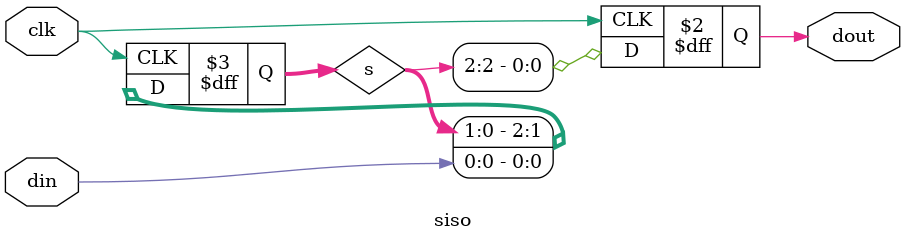
<source format=v>

module siso (din ,clk ,dout );

output dout ;
reg dout ;

input din ;
input clk ;
//input reset ;

reg [2:0]s;

always @ (posedge clk) 
begin 
        s[0] <= din ;
        s[1] <= s[0] ;
        s[2] <= s[1] ;
        dout <= s[2]; 
end

endmodule

</source>
